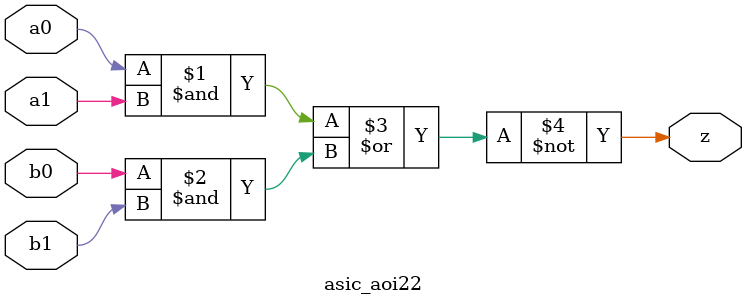
<source format=v>

module asic_aoi22 #(parameter PROP = "DEFAULT")   (
    input  a0,
    input  a1,
    input  b0,
    input  b1,
    output z
    );

   assign z = ~((a0 & a1) | (b0 & b1));

endmodule

</source>
